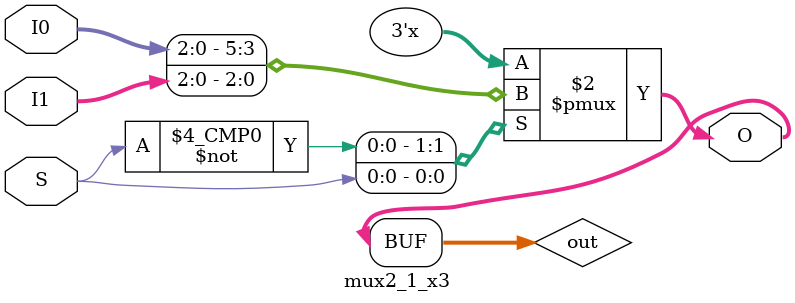
<source format=v>
`timescale 1ns / 1ps
module mux2_1_x3(
    input [2:0] I0,
    input [2:0] I1,
    output [2:0] O,
    input S
    );
	
	reg [2:0] out;
	assign O = out;
	
	always @(*)
	begin
		case (S)
			1'b0:	out = I0;
			1'b1:	out = I1;
		endcase
	end


endmodule

</source>
